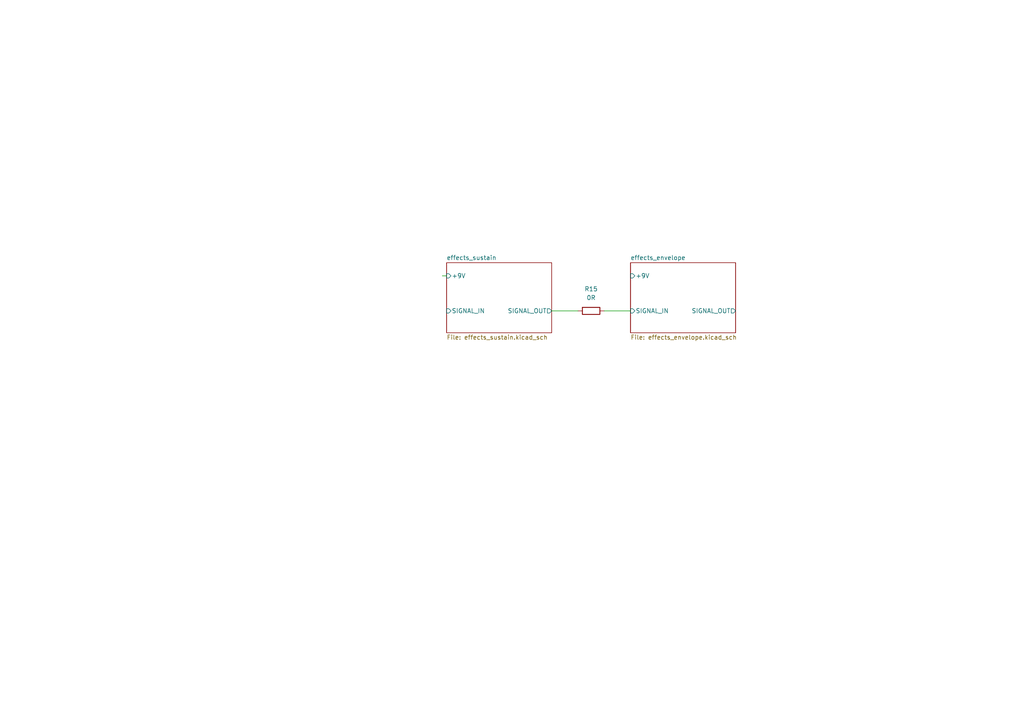
<source format=kicad_sch>
(kicad_sch (version 20211123) (generator eeschema)
  (paper "A4")
  (lib_symbols
    (symbol "Device:R" (pin_numbers hide) (pin_names (offset 0))
      (property "Reference" "R" (at 2.032 0 90))
      (property "Value" "R" (at 0 0 90))
      (symbol "R_0_1"
        (rectangle (start -1.016 -2.54) (end 1.016 2.54) (stroke (width 0.254)))
      )
      (symbol "R_1_1"
        (pin passive line (at 0 3.81 270) (length 1.27) (name "~") (number "1"))
        (pin passive line (at 0 -3.81 90) (length 1.27) (name "~") (number "2"))
      )
    )
  )
  (wire (pts (xy 129.54 80.01) (xy 128.27 80.01)))
  (wire (pts (xy 160.02 90.17) (xy 167.64 90.17)))
  (wire (pts (xy 175.26 90.17) (xy 182.88 90.17)))
  (symbol (lib_id "Device:R") (at 171.45 90.17 270) (unit 1)
    (property "Reference" "R15" (at 171.45 83.82 90))
    (property "Value" "0R" (at 171.45 86.36 90))
  )
  (sheet (at 129.54 76.2) (size 30.48 20.32) (stroke (width 0.1524))
    (property "Sheet name" "effects_sustain" (at 129.54 75.4884 0) (effects (justify left bottom)))
    (property "Sheet file" "effects_sustain.kicad_sch" (at 129.54 97.1046 0) (effects (justify left top)))
    (pin "+9V" input (at 129.54 80.01 180))
    (pin "SIGNAL_IN" input (at 129.54 90.17 180))
    (pin "SIGNAL_OUT" output (at 160.02 90.17 0))
  )
  (sheet (at 182.88 76.2) (size 30.48 20.32) (stroke (width 0.1524))
    (property "Sheet name" "effects_envelope" (at 182.88 75.4884 0) (effects (justify left bottom)))
    (property "Sheet file" "effects_envelope.kicad_sch" (at 182.88 97.1046 0) (effects (justify left top)))
    (pin "+9V" input (at 182.88 80.01 180))
    (pin "SIGNAL_OUT" output (at 213.36 90.17 0))
    (pin "SIGNAL_IN" input (at 182.88 90.17 180))
  )
)
</source>
